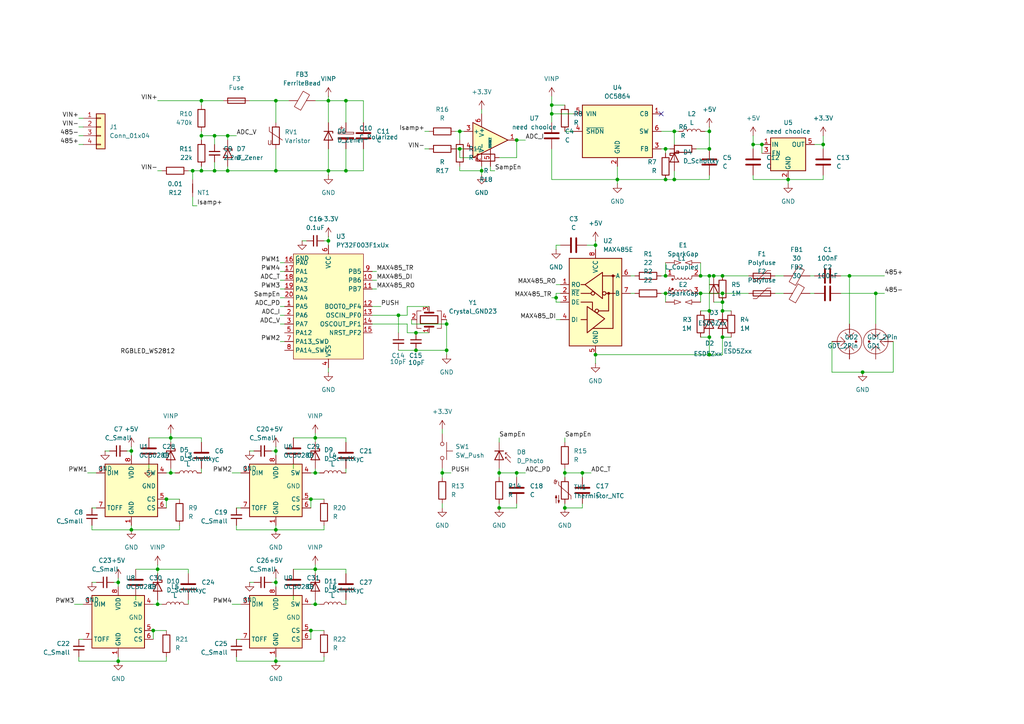
<source format=kicad_sch>
(kicad_sch (version 20231120) (generator "eeschema") (generator_version "8.0")
  (paper "A4")
  (junction (at 205.74 90.17))
  (junction (at 80.01 153.67))
  (junction (at 58.42 39.37))
  (junction (at 100.33 49.53))
  (junction (at 195.58 38.1))
  (junction (at 95.25 29.21))
  (junction (at 220.98 41.91))
  (junction (at 228.6 52.07))
  (junction (at 48.26 144.78))
  (junction (at 66.04 39.37))
  (junction (at 168.91 137.16))
  (junction (at 205.74 97.79))
  (junction (at 179.07 52.07))
  (junction (at 139.7 49.53))
  (junction (at 193.04 43.18))
  (junction (at 193.04 80.01))
  (junction (at 218.44 41.91))
  (junction (at 246.38 80.01))
  (junction (at 58.42 29.21))
  (junction (at 38.1 153.67))
  (junction (at 80.01 191.77))
  (junction (at 62.23 49.53))
  (junction (at 172.72 102.87))
  (junction (at 203.2 85.09))
  (junction (at 160.02 30.48))
  (junction (at 193.04 52.07))
  (junction (at 195.58 52.07))
  (junction (at 80.01 29.21))
  (junction (at 160.02 33.02))
  (junction (at 129.54 93.98))
  (junction (at 172.72 71.12))
  (junction (at 91.44 127))
  (junction (at 203.2 80.01))
  (junction (at 66.04 49.53))
  (junction (at 45.72 165.1))
  (junction (at 80.01 130.81))
  (junction (at 205.74 102.87))
  (junction (at 144.78 137.16))
  (junction (at 209.55 90.17))
  (junction (at 250.19 107.95))
  (junction (at 49.53 137.16))
  (junction (at 120.65 101.6))
  (junction (at 209.55 97.79))
  (junction (at 100.33 29.21))
  (junction (at 55.88 49.53))
  (junction (at 193.04 85.09))
  (junction (at 149.86 40.64))
  (junction (at 49.53 127))
  (junction (at 34.29 191.77))
  (junction (at 209.55 80.01))
  (junction (at 115.57 91.44))
  (junction (at 95.25 49.53))
  (junction (at 133.35 43.18))
  (junction (at 207.01 80.01))
  (junction (at 90.17 144.78))
  (junction (at 205.74 43.18))
  (junction (at 45.72 175.26))
  (junction (at 95.25 69.85))
  (junction (at 34.29 168.91))
  (junction (at 205.74 80.01))
  (junction (at 44.45 182.88))
  (junction (at 91.44 175.26))
  (junction (at 163.83 147.32))
  (junction (at 120.65 96.52))
  (junction (at 91.44 165.1))
  (junction (at 128.27 137.16))
  (junction (at 90.17 182.88))
  (junction (at 80.01 49.53))
  (junction (at 209.55 85.09))
  (junction (at 238.76 41.91))
  (junction (at 163.83 137.16))
  (junction (at 144.78 147.32))
  (junction (at 133.35 38.1))
  (junction (at 62.23 39.37))
  (junction (at 129.54 101.6))
  (junction (at 80.01 168.91))
  (junction (at 161.29 86.36))
  (junction (at 149.86 137.16))
  (junction (at 209.55 87.63))
  (junction (at 58.42 49.53))
  (junction (at 205.74 38.1))
  (junction (at 91.44 137.16))
  (junction (at 254 85.09))
  (junction (at 38.1 130.81))
  (no_connect (at 191.77 33.02))
  (wire (pts (xy 30.48 130.81) (xy 31.75 130.81)))
  (wire (pts (xy 80.01 43.18) (xy 80.01 49.53)))
  (wire (pts (xy 58.42 29.21) (xy 58.42 30.48)))
  (wire (pts (xy 193.04 85.09) (xy 191.77 85.09)))
  (wire (pts (xy 191.77 43.18) (xy 193.04 43.18)))
  (wire (pts (xy 143.51 49.53) (xy 142.24 49.53)))
  (wire (pts (xy 68.58 185.42) (xy 69.85 185.42)))
  (wire (pts (xy 160.02 30.48) (xy 163.83 30.48)))
  (wire (pts (xy 161.29 72.39) (xy 161.29 71.12)))
  (wire (pts (xy 48.26 137.16) (xy 49.53 137.16)))
  (wire (pts (xy 58.42 49.53) (xy 58.42 48.26)))
  (wire (pts (xy 228.6 52.07) (xy 228.6 53.34)))
  (wire (pts (xy 163.83 146.05) (xy 163.83 147.32)))
  (wire (pts (xy 238.76 41.91) (xy 236.22 41.91)))
  (wire (pts (xy 139.7 31.75) (xy 139.7 33.02)))
  (wire (pts (xy 81.28 78.74) (xy 82.55 78.74)))
  (wire (pts (xy 95.25 68.58) (xy 95.25 69.85)))
  (wire (pts (xy 123.19 38.1) (xy 124.46 38.1)))
  (wire (pts (xy 91.44 173.99) (xy 91.44 175.26)))
  (wire (pts (xy 133.35 43.18) (xy 134.62 43.18)))
  (wire (pts (xy 228.6 52.07) (xy 238.76 52.07)))
  (wire (pts (xy 67.31 175.26) (xy 69.85 175.26)))
  (wire (pts (xy 91.44 29.21) (xy 95.25 29.21)))
  (wire (pts (xy 43.18 134.62) (xy 43.18 135.89)))
  (wire (pts (xy 209.55 85.09) (xy 209.55 87.63)))
  (wire (pts (xy 66.04 39.37) (xy 66.04 40.64)))
  (wire (pts (xy 238.76 39.37) (xy 238.76 41.91)))
  (wire (pts (xy 45.72 166.37) (xy 45.72 165.1)))
  (wire (pts (xy 39.37 172.72) (xy 39.37 173.99)))
  (wire (pts (xy 55.88 59.69) (xy 57.15 59.69)))
  (wire (pts (xy 81.28 93.98) (xy 82.55 93.98)))
  (wire (pts (xy 133.35 38.1) (xy 132.08 38.1)))
  (wire (pts (xy 90.17 144.78) (xy 93.98 144.78)))
  (wire (pts (xy 22.86 191.77) (xy 34.29 191.77)))
  (wire (pts (xy 120.65 101.6) (xy 129.54 101.6)))
  (wire (pts (xy 193.04 52.07) (xy 179.07 52.07)))
  (wire (pts (xy 80.01 167.64) (xy 80.01 168.91)))
  (wire (pts (xy 133.35 49.53) (xy 139.7 49.53)))
  (wire (pts (xy 161.29 71.12) (xy 162.56 71.12)))
  (wire (pts (xy 54.61 165.1) (xy 54.61 166.37)))
  (wire (pts (xy 224.79 85.09) (xy 227.33 85.09)))
  (wire (pts (xy 100.33 127) (xy 100.33 128.27)))
  (wire (pts (xy 184.15 80.01) (xy 182.88 80.01)))
  (wire (pts (xy 49.53 135.89) (xy 49.53 137.16)))
  (wire (pts (xy 62.23 46.99) (xy 62.23 49.53)))
  (wire (pts (xy 34.29 168.91) (xy 34.29 170.18)))
  (wire (pts (xy 193.04 76.2) (xy 193.04 80.01)))
  (wire (pts (xy 254 85.09) (xy 256.54 85.09)))
  (wire (pts (xy 66.04 48.26) (xy 66.04 49.53)))
  (wire (pts (xy 107.95 78.74) (xy 109.22 78.74)))
  (wire (pts (xy 100.33 173.99) (xy 100.33 175.26)))
  (wire (pts (xy 234.95 80.01) (xy 236.22 80.01)))
  (wire (pts (xy 58.42 29.21) (xy 64.77 29.21)))
  (wire (pts (xy 149.86 40.64) (xy 152.4 40.64)))
  (wire (pts (xy 62.23 39.37) (xy 58.42 39.37)))
  (wire (pts (xy 193.04 43.18) (xy 194.31 43.18)))
  (wire (pts (xy 48.26 144.78) (xy 48.26 147.32)))
  (wire (pts (xy 128.27 124.46) (xy 128.27 125.73)))
  (wire (pts (xy 81.28 88.9) (xy 82.55 88.9)))
  (wire (pts (xy 193.04 85.09) (xy 193.04 87.63)))
  (wire (pts (xy 21.59 175.26) (xy 24.13 175.26)))
  (wire (pts (xy 100.33 43.18) (xy 100.33 49.53)))
  (wire (pts (xy 80.01 130.81) (xy 80.01 132.08)))
  (wire (pts (xy 246.38 80.01) (xy 246.38 93.98)))
  (wire (pts (xy 120.65 96.52) (xy 124.46 96.52)))
  (wire (pts (xy 172.72 71.12) (xy 172.72 72.39)))
  (wire (pts (xy 207.01 87.63) (xy 209.55 87.63)))
  (wire (pts (xy 38.1 153.67) (xy 52.07 153.67)))
  (wire (pts (xy 62.23 49.53) (xy 58.42 49.53)))
  (wire (pts (xy 105.41 29.21) (xy 100.33 29.21)))
  (wire (pts (xy 205.74 52.07) (xy 195.58 52.07)))
  (wire (pts (xy 133.35 40.64) (xy 133.35 38.1)))
  (wire (pts (xy 66.04 49.53) (xy 80.01 49.53)))
  (wire (pts (xy 203.2 76.2) (xy 203.2 80.01)))
  (wire (pts (xy 62.23 41.91) (xy 62.23 39.37)))
  (wire (pts (xy 133.35 45.72) (xy 133.35 43.18)))
  (wire (pts (xy 144.78 45.72) (xy 149.86 45.72)))
  (wire (pts (xy 144.78 146.05) (xy 144.78 147.32)))
  (wire (pts (xy 90.17 144.78) (xy 90.17 147.32)))
  (wire (pts (xy 139.7 49.53) (xy 139.7 50.8)))
  (wire (pts (xy 49.53 127) (xy 58.42 127)))
  (wire (pts (xy 259.08 99.06) (xy 259.08 107.95)))
  (wire (pts (xy 195.58 41.91) (xy 195.58 38.1)))
  (wire (pts (xy 55.88 49.53) (xy 55.88 52.07)))
  (wire (pts (xy 144.78 137.16) (xy 149.86 137.16)))
  (wire (pts (xy 205.74 50.8) (xy 205.74 52.07)))
  (wire (pts (xy 85.09 127) (xy 91.44 127)))
  (wire (pts (xy 49.53 137.16) (xy 50.8 137.16)))
  (wire (pts (xy 203.2 85.09) (xy 209.55 85.09)))
  (wire (pts (xy 95.25 69.85) (xy 95.25 71.12)))
  (wire (pts (xy 39.37 165.1) (xy 45.72 165.1)))
  (wire (pts (xy 218.44 41.91) (xy 220.98 41.91)))
  (wire (pts (xy 172.72 69.85) (xy 172.72 71.12)))
  (wire (pts (xy 124.46 88.9) (xy 118.11 88.9)))
  (wire (pts (xy 168.91 147.32) (xy 163.83 147.32)))
  (wire (pts (xy 238.76 43.18) (xy 238.76 41.91)))
  (wire (pts (xy 58.42 38.1) (xy 58.42 39.37)))
  (wire (pts (xy 80.01 153.67) (xy 80.01 152.4)))
  (wire (pts (xy 160.02 27.94) (xy 160.02 30.48)))
  (wire (pts (xy 68.58 191.77) (xy 80.01 191.77)))
  (wire (pts (xy 44.45 175.26) (xy 45.72 175.26)))
  (wire (pts (xy 115.57 91.44) (xy 118.11 91.44)))
  (wire (pts (xy 80.01 29.21) (xy 83.82 29.21)))
  (wire (pts (xy 26.67 153.67) (xy 38.1 153.67)))
  (wire (pts (xy 218.44 52.07) (xy 228.6 52.07)))
  (wire (pts (xy 93.98 69.85) (xy 95.25 69.85)))
  (wire (pts (xy 170.18 71.12) (xy 172.72 71.12)))
  (wire (pts (xy 95.25 49.53) (xy 95.25 50.8)))
  (wire (pts (xy 45.72 49.53) (xy 46.99 49.53)))
  (wire (pts (xy 129.54 93.98) (xy 129.54 92.71)))
  (wire (pts (xy 168.91 137.16) (xy 168.91 138.43)))
  (wire (pts (xy 91.44 163.83) (xy 91.44 165.1)))
  (wire (pts (xy 119.38 93.98) (xy 129.54 93.98)))
  (wire (pts (xy 128.27 146.05) (xy 128.27 147.32)))
  (wire (pts (xy 80.01 153.67) (xy 93.98 153.67)))
  (wire (pts (xy 184.15 85.09) (xy 182.88 85.09)))
  (wire (pts (xy 33.02 168.91) (xy 34.29 168.91)))
  (wire (pts (xy 118.11 96.52) (xy 120.65 96.52)))
  (wire (pts (xy 44.45 182.88) (xy 48.26 182.88)))
  (wire (pts (xy 172.72 102.87) (xy 205.74 102.87)))
  (wire (pts (xy 128.27 135.89) (xy 128.27 137.16)))
  (wire (pts (xy 203.2 90.17) (xy 205.74 90.17)))
  (wire (pts (xy 163.83 127) (xy 163.83 128.27)))
  (wire (pts (xy 172.72 102.87) (xy 172.72 105.41)))
  (wire (pts (xy 91.44 127) (xy 100.33 127)))
  (wire (pts (xy 45.72 175.26) (xy 46.99 175.26)))
  (wire (pts (xy 45.72 29.21) (xy 58.42 29.21)))
  (wire (pts (xy 241.3 107.95) (xy 250.19 107.95)))
  (wire (pts (xy 209.55 102.87) (xy 205.74 102.87)))
  (wire (pts (xy 26.67 147.32) (xy 27.94 147.32)))
  (wire (pts (xy 72.39 29.21) (xy 80.01 29.21)))
  (wire (pts (xy 58.42 135.89) (xy 58.42 137.16)))
  (wire (pts (xy 107.95 83.82) (xy 109.22 83.82)))
  (wire (pts (xy 241.3 99.06) (xy 241.3 107.95)))
  (wire (pts (xy 81.28 76.2) (xy 82.55 76.2)))
  (wire (pts (xy 209.55 90.17) (xy 212.09 90.17)))
  (wire (pts (xy 91.44 165.1) (xy 100.33 165.1)))
  (wire (pts (xy 205.74 97.79) (xy 205.74 102.87)))
  (wire (pts (xy 259.08 107.95) (xy 250.19 107.95)))
  (wire (pts (xy 217.17 85.09) (xy 209.55 85.09)))
  (wire (pts (xy 91.44 166.37) (xy 91.44 165.1)))
  (wire (pts (xy 107.95 88.9) (xy 110.49 88.9)))
  (wire (pts (xy 26.67 153.67) (xy 26.67 152.4)))
  (wire (pts (xy 22.86 191.77) (xy 22.86 190.5)))
  (wire (pts (xy 193.04 43.18) (xy 193.04 44.45)))
  (wire (pts (xy 100.33 29.21) (xy 100.33 35.56)))
  (wire (pts (xy 118.11 93.98) (xy 118.11 96.52)))
  (wire (pts (xy 68.58 39.37) (xy 66.04 39.37)))
  (wire (pts (xy 54.61 49.53) (xy 55.88 49.53)))
  (wire (pts (xy 203.2 97.79) (xy 205.74 97.79)))
  (wire (pts (xy 107.95 91.44) (xy 115.57 91.44)))
  (wire (pts (xy 163.83 138.43) (xy 163.83 137.16)))
  (wire (pts (xy 115.57 91.44) (xy 115.57 96.52)))
  (wire (pts (xy 161.29 82.55) (xy 162.56 82.55)))
  (wire (pts (xy 34.29 191.77) (xy 48.26 191.77)))
  (wire (pts (xy 22.86 185.42) (xy 24.13 185.42)))
  (wire (pts (xy 88.9 69.85) (xy 87.63 69.85)))
  (wire (pts (xy 72.39 168.91) (xy 73.66 168.91)))
  (wire (pts (xy 179.07 53.34) (xy 179.07 52.07)))
  (wire (pts (xy 224.79 80.01) (xy 227.33 80.01)))
  (wire (pts (xy 91.44 137.16) (xy 92.71 137.16)))
  (wire (pts (xy 81.28 86.36) (xy 82.55 86.36)))
  (wire (pts (xy 128.27 137.16) (xy 130.81 137.16)))
  (wire (pts (xy 144.78 135.89) (xy 144.78 137.16)))
  (wire (pts (xy 68.58 153.67) (xy 68.58 152.4)))
  (wire (pts (xy 80.01 191.77) (xy 93.98 191.77)))
  (wire (pts (xy 115.57 101.6) (xy 120.65 101.6)))
  (wire (pts (xy 22.86 36.83) (xy 24.13 36.83)))
  (wire (pts (xy 204.47 38.1) (xy 205.74 38.1)))
  (wire (pts (xy 207.01 80.01) (xy 209.55 80.01)))
  (wire (pts (xy 93.98 152.4) (xy 93.98 153.67)))
  (wire (pts (xy 168.91 137.16) (xy 171.45 137.16)))
  (wire (pts (xy 218.44 43.18) (xy 218.44 41.91)))
  (wire (pts (xy 238.76 52.07) (xy 238.76 50.8)))
  (wire (pts (xy 160.02 52.07) (xy 179.07 52.07)))
  (wire (pts (xy 22.86 39.37) (xy 24.13 39.37)))
  (wire (pts (xy 85.09 134.62) (xy 85.09 135.89)))
  (wire (pts (xy 149.86 137.16) (xy 149.86 138.43)))
  (wire (pts (xy 100.33 165.1) (xy 100.33 166.37)))
  (wire (pts (xy 95.25 49.53) (xy 100.33 49.53)))
  (wire (pts (xy 161.29 92.71) (xy 162.56 92.71)))
  (wire (pts (xy 81.28 83.82) (xy 82.55 83.82)))
  (wire (pts (xy 118.11 88.9) (xy 118.11 91.44)))
  (wire (pts (xy 81.28 99.06) (xy 82.55 99.06)))
  (wire (pts (xy 91.44 128.27) (xy 91.44 127)))
  (wire (pts (xy 203.2 80.01) (xy 205.74 80.01)))
  (wire (pts (xy 91.44 175.26) (xy 92.71 175.26)))
  (wire (pts (xy 163.83 135.89) (xy 163.83 137.16)))
  (wire (pts (xy 95.25 35.56) (xy 95.25 29.21)))
  (wire (pts (xy 44.45 182.88) (xy 44.45 185.42)))
  (wire (pts (xy 234.95 85.09) (xy 236.22 85.09)))
  (wire (pts (xy 93.98 190.5) (xy 93.98 191.77)))
  (wire (pts (xy 90.17 137.16) (xy 91.44 137.16)))
  (wire (pts (xy 254 85.09) (xy 254 93.98)))
  (wire (pts (xy 68.58 147.32) (xy 69.85 147.32)))
  (wire (pts (xy 161.29 87.63) (xy 162.56 87.63)))
  (wire (pts (xy 191.77 38.1) (xy 195.58 38.1)))
  (wire (pts (xy 38.1 153.67) (xy 38.1 152.4)))
  (wire (pts (xy 144.78 127) (xy 144.78 128.27)))
  (wire (pts (xy 68.58 191.77) (xy 68.58 190.5)))
  (wire (pts (xy 48.26 190.5) (xy 48.26 191.77)))
  (wire (pts (xy 128.27 137.16) (xy 128.27 138.43)))
  (wire (pts (xy 62.23 49.53) (xy 66.04 49.53)))
  (wire (pts (xy 160.02 33.02) (xy 160.02 35.56)))
  (wire (pts (xy 133.35 43.18) (xy 132.08 43.18)))
  (wire (pts (xy 95.25 27.94) (xy 95.25 29.21)))
  (wire (pts (xy 243.84 80.01) (xy 246.38 80.01)))
  (wire (pts (xy 195.58 38.1) (xy 196.85 38.1)))
  (wire (pts (xy 149.86 146.05) (xy 149.86 147.32)))
  (wire (pts (xy 205.74 80.01) (xy 205.74 90.17)))
  (wire (pts (xy 45.72 163.83) (xy 45.72 165.1)))
  (wire (pts (xy 45.72 173.99) (xy 45.72 175.26)))
  (wire (pts (xy 54.61 173.99) (xy 54.61 175.26)))
  (wire (pts (xy 218.44 41.91) (xy 218.44 39.37)))
  (wire (pts (xy 220.98 41.91) (xy 220.98 44.45)))
  (wire (pts (xy 209.55 87.63) (xy 209.55 90.17)))
  (wire (pts (xy 22.86 41.91) (xy 24.13 41.91)))
  (wire (pts (xy 149.86 45.72) (xy 149.86 40.64)))
  (wire (pts (xy 55.88 49.53) (xy 58.42 49.53)))
  (wire (pts (xy 162.56 85.09) (xy 161.29 85.09)))
  (wire (pts (xy 67.31 137.16) (xy 69.85 137.16)))
  (wire (pts (xy 68.58 153.67) (xy 80.01 153.67)))
  (wire (pts (xy 139.7 48.26) (xy 139.7 49.53)))
  (wire (pts (xy 149.86 137.16) (xy 152.4 137.16)))
  (wire (pts (xy 36.83 130.81) (xy 38.1 130.81)))
  (wire (pts (xy 25.4 137.16) (xy 27.94 137.16)))
  (wire (pts (xy 26.67 168.91) (xy 27.94 168.91)))
  (wire (pts (xy 90.17 175.26) (xy 91.44 175.26)))
  (wire (pts (xy 81.28 91.44) (xy 82.55 91.44)))
  (wire (pts (xy 22.86 34.29) (xy 24.13 34.29)))
  (wire (pts (xy 179.07 52.07) (xy 179.07 48.26)))
  (wire (pts (xy 105.41 35.56) (xy 105.41 29.21)))
  (wire (pts (xy 160.02 43.18) (xy 160.02 52.07)))
  (wire (pts (xy 80.01 49.53) (xy 95.25 49.53)))
  (wire (pts (xy 205.74 36.83) (xy 205.74 38.1)))
  (wire (pts (xy 205.74 80.01) (xy 207.01 80.01)))
  (wire (pts (xy 107.95 81.28) (xy 109.22 81.28)))
  (wire (pts (xy 129.54 93.98) (xy 129.54 101.6)))
  (wire (pts (xy 72.39 130.81) (xy 73.66 130.81)))
  (wire (pts (xy 161.29 85.09) (xy 161.29 86.36)))
  (wire (pts (xy 209.55 80.01) (xy 217.17 80.01)))
  (wire (pts (xy 246.38 80.01) (xy 256.54 80.01)))
  (wire (pts (xy 95.25 29.21) (xy 100.33 29.21)))
  (wire (pts (xy 107.95 93.98) (xy 118.11 93.98)))
  (wire (pts (xy 52.07 152.4) (xy 52.07 153.67)))
  (wire (pts (xy 100.33 49.53) (xy 105.41 49.53)))
  (wire (pts (xy 100.33 135.89) (xy 100.33 137.16)))
  (wire (pts (xy 80.01 129.54) (xy 80.01 130.81)))
  (wire (pts (xy 38.1 130.81) (xy 38.1 132.08)))
  (wire (pts (xy 90.17 182.88) (xy 90.17 185.42)))
  (wire (pts (xy 48.26 144.78) (xy 52.07 144.78)))
  (wire (pts (xy 144.78 137.16) (xy 144.78 138.43)))
  (wire (pts (xy 123.19 43.18) (xy 124.46 43.18)))
  (wire (pts (xy 168.91 146.05) (xy 168.91 147.32)))
  (wire (pts (xy 133.35 48.26) (xy 133.35 49.53)))
  (wire (pts (xy 119.38 92.71) (xy 119.38 93.98)))
  (wire (pts (xy 91.44 135.89) (xy 91.44 137.16)))
  (wire (pts (xy 105.41 43.18) (xy 105.41 49.53)))
  (wire (pts (xy 144.78 147.32) (xy 149.86 147.32)))
  (wire (pts (xy 193.04 80.01) (xy 191.77 80.01)))
  (wire (pts (xy 91.44 125.73) (xy 91.44 127)))
  (wire (pts (xy 160.02 33.02) (xy 166.37 33.02)))
  (wire (pts (xy 160.02 30.48) (xy 160.02 33.02)))
  (wire (pts (xy 203.2 85.09) (xy 203.2 87.63)))
  (wire (pts (xy 90.17 182.88) (xy 93.98 182.88)))
  (wire (pts (xy 160.02 86.36) (xy 161.29 86.36)))
  (wire (pts (xy 209.55 97.79) (xy 212.09 97.79)))
  (wire (pts (xy 95.25 43.18) (xy 95.25 49.53)))
  (wire (pts (xy 142.24 49.53) (xy 142.24 48.26)))
  (wire (pts (xy 55.88 59.69) (xy 55.88 57.15)))
  (wire (pts (xy 58.42 39.37) (xy 58.42 40.64)))
  (wire (pts (xy 34.29 191.77) (xy 34.29 190.5)))
  (wire (pts (xy 195.58 52.07) (xy 193.04 52.07)))
  (wire (pts (xy 80.01 168.91) (xy 80.01 170.18)))
  (wire (pts (xy 34.29 167.64) (xy 34.29 168.91)))
  (wire (pts (xy 218.44 50.8) (xy 218.44 52.07)))
  (wire (pts (xy 45.72 165.1) (xy 54.61 165.1)))
  (wire (pts (xy 58.42 127) (xy 58.42 128.27)))
  (wire (pts (xy 163.83 38.1) (xy 166.37 38.1)))
  (wire (pts (xy 81.28 81.28) (xy 82.55 81.28)))
  (wire (pts (xy 80.01 29.21) (xy 80.01 35.56)))
  (wire (pts (xy 62.23 39.37) (xy 66.04 39.37)))
  (wire (pts (xy 85.09 172.72) (xy 85.09 173.99)))
  (wire (pts (xy 95.25 106.68) (xy 95.25 107.95)))
  (wire (pts (xy 43.18 127) (xy 49.53 127)))
  (wire (pts (xy 137.16 45.72) (xy 133.35 45.72)))
  (wire (pts (xy 38.1 129.54) (xy 38.1 130.81)))
  (wire (pts (xy 161.29 86.36) (xy 161.29 87.63)))
  (wire (pts (xy 78.74 168.91) (xy 80.01 168.91)))
  (wire (pts (xy 163.83 137.16) (xy 168.91 137.16)))
  (wire (pts (xy 78.74 130.81) (xy 80.01 130.81)))
  (wire (pts (xy 133.35 38.1) (xy 134.62 38.1)))
  (wire (pts (xy 129.54 101.6) (xy 129.54 102.87)))
  (wire (pts (xy 205.74 38.1) (xy 205.74 43.18)))
  (wire (pts (xy 85.09 165.1) (xy 91.44 165.1)))
  (wire (pts (xy 49.53 128.27) (xy 49.53 127)))
  (wire (pts (xy 195.58 49.53) (xy 195.58 52.07)))
  (wire (pts (xy 49.53 125.73) (xy 49.53 127)))
  (wire (pts (xy 243.84 85.09) (xy 254 85.09)))
  (wire (pts (xy 209.55 97.79) (xy 209.55 102.87)))
  (wire (pts (xy 80.01 191.77) (xy 80.01 190.5)))
  (wire (pts (xy 201.93 43.18) (xy 205.74 43.18)))
  (label "MAX485_TR" (at 109.22 78.74 0))
  (label "PWM3" (at 21.59 175.26 180))
  (label "485-" (at 256.54 85.09 0))
  (label "MAX485_RO" (at 161.29 82.55 180))
  (label "485-" (at 22.86 39.37 180))
  (label "485+" (at 22.86 41.91 180))
  (label "VIN+" (at 45.72 29.21 180))
  (label "VIN-" (at 45.72 49.53 180))
  (label "PWM4" (at 67.31 175.26 180))
  (label "ADC_PD" (at 152.4 137.16 0))
  (label "PWM2" (at 81.28 99.06 180))
  (label "Isamp+" (at 57.15 59.69 0))
  (label "ADC_V" (at 81.28 93.98 180))
  (label "Isamp+" (at 123.19 38.1 180))
  (label "SampEn" (at 163.83 127 0))
  (label "VIN-" (at 22.86 36.83 180))
  (label "ADC_I" (at 152.4 40.64 0))
  (label "SampEn" (at 143.51 49.53 0))
  (label "MAX485_DI" (at 109.22 81.28 0))
  (label "VIN+" (at 22.86 34.29 180))
  (label "485+" (at 256.54 80.01 0))
  (label "PUSH" (at 130.81 137.16 0))
  (label "VIN-" (at 123.19 43.18 180))
  (label "ADC_PD" (at 81.28 88.9 180))
  (label "ADC_T" (at 81.28 81.28 180))
  (label "MAX485_DI" (at 161.29 92.71 180))
  (label "MAX485_RO" (at 109.22 83.82 0))
  (label "RGBLED_WS2812" (at 50.8 102.87 180))
  (label "ADC_V" (at 68.58 39.37 0))
  (label "PWM1" (at 81.28 76.2 180))
  (label "SampEn" (at 81.28 86.36 180))
  (label "ADC_T" (at 171.45 137.16 0))
  (label "PWM4" (at 81.28 78.74 180))
  (label "MAX485_TR" (at 160.02 86.36 180))
  (label "PUSH" (at 110.49 88.9 0))
  (label "PWM1" (at 25.4 137.16 180))
  (label "PWM2" (at 67.31 137.16 180))
  (label "SampEn" (at 144.78 127 0))
  (label "PWM3" (at 81.28 83.82 180))
  (label "ADC_I" (at 81.28 91.44 180))
  (symbol (lib_id "power:+5V") (at 218.44 39.37 0) (unit 1)
    (property "Reference" "#PWR16" (effects (hide yes)))
    (property "Value" "+5V" (at 218.44 34.29 0))
    (property "Description" "Power symbol creates a global label with name \"+5V\"" (effects (hide yes)))
  )
  (symbol (lib_id "Device:C_Small") (at 30.48 168.91 90) (unit 1)
    (property "Reference" "C23" (at 30.4863 162.56 90))
    (property "Value" "C_Small" (at 30.4863 165.1 90))
    (property "Footprint" "Capacitor_SMD:C_0402_1005Metric" (effects (hide yes)))
    (property "Description" "Unpolarized capacitor, small symbol" (effects (hide yes)))
  )
  (symbol (lib_id "Device:C") (at 168.91 142.24 0) (unit 1)
    (property "Reference" "C17" (at 172.72 140.9699 0) (effects (justify left)))
    (property "Value" "C" (at 172.72 143.5099 0) (effects (justify left)))
    (property "Footprint" "Capacitor_SMD:C_0402_1005Metric" (effects (hide yes)))
    (property "Description" "Unpolarized capacitor" (effects (hide yes)))
  )
  (symbol (lib_id "Device:C") (at 58.42 132.08 0) (unit 1)
    (property "Reference" "C6" (at 62.23 130.8099 0) (effects (justify left)))
    (property "Value" "C" (at 62.23 133.3499 0) (effects (justify left)))
    (property "Footprint" "Capacitor_SMD:C_1210_3225Metric" (effects (hide yes)))
    (property "Description" "Unpolarized capacitor" (effects (hide yes)))
  )
  (symbol (lib_id "Device:D_Schottky") (at 91.44 132.08 270) (unit 1)
    (property "Reference" "D9" (at 93.98 130.4924 90) (effects (justify left)))
    (property "Value" "D_Schottky" (at 93.98 133.0324 90) (effects (justify left)))
    (property "Footprint" "Diode_SMD:D_SMA" (effects (hide yes)))
    (property "Description" "Schottky diode" (effects (hide yes)))
  )
  (symbol (lib_id "Device:R") (at 58.42 44.45 0) (mirror y) (unit 1)
    (property "Reference" "R11" (at 55.88 43.1799 0) (effects (justify left)))
    (property "Value" "22k" (at 55.88 45.7199 0) (effects (justify left)))
    (property "Footprint" "Resistor_SMD:R_0603_1608Metric" (effects (hide yes)))
    (property "Description" "Resistor" (effects (hide yes)))
  )
  (symbol (lib_id "Device:D_Photo") (at 144.78 133.35 270) (unit 1)
    (property "Reference" "D8" (at 149.86 131.1274 90) (effects (justify left)))
    (property "Value" "D_Photo" (at 149.86 133.6674 90) (effects (justify left)))
    (property "Footprint" "Diode_SMD:D_0805_2012Metric" (effects (hide yes)))
    (property "Description" "Photodiode" (effects (hide yes)))
  )
  (symbol (lib_id "power:GND") (at 128.27 147.32 0) (unit 1)
    (property "Reference" "#PWR21" (effects (hide yes)))
    (property "Value" "GND" (at 128.27 152.4 0))
    (property "Description" "Power symbol creates a global label with name \"GND\" , ground" (effects (hide yes)))
  )
  (symbol (lib_id "power:GND") (at 38.1 153.67 0) (unit 1)
    (property "Reference" "#PWR08" (effects (hide yes)))
    (property "Value" "GND" (at 38.1 158.75 0))
    (property "Description" "Power symbol creates a global label with name \"GND\" , ground" (effects (hide yes)))
  )
  (symbol (lib_id "power:GND") (at 163.83 147.32 0) (unit 1)
    (property "Reference" "#PWR25" (effects (hide yes)))
    (property "Value" "GND" (at 163.83 152.4 0))
    (property "Description" "Power symbol creates a global label with name \"GND\" , ground" (effects (hide yes)))
  )
  (symbol (lib_id "Device:C") (at 218.44 46.99 0) (unit 1)
    (property "Reference" "C12" (at 222.25 45.7199 0) (effects (justify left)))
    (property "Value" "C" (at 222.25 48.2599 0) (effects (justify left)))
    (property "Footprint" "Capacitor_SMD:C_0805_2012Metric" (effects (hide yes)))
    (property "Description" "Unpolarized capacitor" (effects (hide yes)))
  )
  (symbol (lib_id "Device:C") (at 100.33 170.18 0) (unit 1)
    (property "Reference" "C27" (at 104.14 168.9099 0) (effects (justify left)))
    (property "Value" "C" (at 104.14 171.4499 0) (effects (justify left)))
    (property "Footprint" "Capacitor_SMD:C_1210_3225Metric" (effects (hide yes)))
    (property "Description" "Unpolarized capacitor" (effects (hide yes)))
  )
  (symbol (lib_id "power:+3.3V") (at 128.27 124.46 0) (unit 1)
    (property "Reference" "#PWR22" (effects (hide yes)))
    (property "Value" "+3.3V" (at 128.27 119.38 0))
    (property "Description" "Power symbol creates a global label with name \"+3.3V\"" (effects (hide yes)))
  )
  (symbol (lib_id "Device:L") (at 50.8 175.26 90) (unit 1)
    (property "Reference" "L5" (at 50.8 170.18 90))
    (property "Value" "L" (at 50.8 172.72 90))
    (property "Footprint" "Inductor_SMD:L_APV_APH0630" (effects (hide yes)))
    (property "Description" "Inductor" (effects (hide yes)))
  )
  (symbol (lib_id "Device:FerriteBead") (at 87.63 29.21 90) (unit 1)
    (property "Reference" "FB3" (at 87.5792 21.59 90))
    (property "Value" "FerriteBead" (at 87.5792 24.13 90))
    (property "Footprint" "Inductor_SMD:L_1210_3225Metric" (effects (hide yes)))
    (property "Description" "Ferrite bead" (effects (hide yes)))
  )
  (symbol (lib_id "Device:D_Schottky") (at 195.58 45.72 270) (unit 1)
    (property "Reference" "D4" (at 198.12 44.1324 90) (effects (justify left)))
    (property "Value" "D_Schottky" (at 198.12 46.6724 90) (effects (justify left)))
    (property "Footprint" "Diode_SMD:D_SOD-123F" (effects (hide yes)))
    (property "Description" "Schottky diode" (effects (hide yes)))
  )
  (symbol (lib_id "power:GND") (at 161.29 72.39 0) (unit 1)
    (property "Reference" "#PWR03" (effects (hide yes)))
    (property "Value" "GND" (at 161.29 77.47 0))
    (property "Description" "Power symbol creates a global label with name \"GND\" , ground" (effects (hide yes)))
  )
  (symbol (lib_id "Device:C_Small") (at 91.44 69.85 90) (unit 1)
    (property "Reference" "C16" (at 91.4463 63.5 90))
    (property "Value" "0.1uF" (at 91.4463 66.04 90))
    (property "Footprint" "Capacitor_SMD:C_0402_1005Metric" (effects (hide yes)))
    (property "Description" "Unpolarized capacitor, small symbol" (effects (hide yes)))
  )
  (symbol (lib_id "power:GND") (at 172.72 105.41 0) (unit 1)
    (property "Reference" "#PWR01" (effects (hide yes)))
    (property "Value" "GND" (at 172.72 110.49 0))
    (property "Description" "Power symbol creates a global label with name \"GND\" , ground" (effects (hide yes)))
  )
  (symbol (lib_id "power:GND") (at 34.29 191.77 0) (unit 1)
    (property "Reference" "#PWR33" (effects (hide yes)))
    (property "Value" "GND" (at 34.29 196.85 0))
    (property "Description" "Power symbol creates a global label with name \"GND\" , ground" (effects (hide yes)))
  )
  (symbol (lib_id "Device:Thermistor_NTC") (at 163.83 142.24 0) (unit 1)
    (property "Reference" "TH1" (at 166.37 141.2874 0) (effects (justify left)))
    (property "Value" "Thermistor_NTC" (at 166.37 143.8274 0) (effects (justify left)))
    (property "Footprint" "Resistor_SMD:R_0805_2012Metric" (effects (hide yes)))
    (property "Description" "Temperature dependent resistor, negative temperature coefficient" (effects (hide yes)))
  )
  (symbol (lib_id "Device:R") (at 58.42 34.29 0) (mirror y) (unit 1)
    (property "Reference" "R10" (at 55.88 33.0199 0) (effects (justify left)))
    (property "Value" "470k" (at 55.88 35.5599 0) (effects (justify left)))
    (property "Footprint" "Resistor_SMD:R_0603_1608Metric" (effects (hide yes)))
    (property "Description" "Resistor" (effects (hide yes)))
  )
  (symbol (lib_id "power:GND") (at 179.07 53.34 0) (unit 1)
    (property "Reference" "#PWR05" (effects (hide yes)))
    (property "Value" "GND" (at 179.07 58.42 0))
    (property "Description" "Power symbol creates a global label with name \"GND\" , ground" (effects (hide yes)))
  )
  (symbol (lib_id "Device:SparkGap") (at 198.12 76.2 0) (unit 1)
    (property "Reference" "E1" (at 198.12 71.12 0))
    (property "Value" "SparkGap" (at 198.12 73.66 0))
    (property "Description" "Spark gap" (effects (hide yes)))
  )
  (symbol (lib_id "power:+3.3V") (at 95.25 68.58 0) (unit 1)
    (property "Reference" "#PWR18" (effects (hide yes)))
    (property "Value" "+3.3V" (at 95.25 63.5 0))
    (property "Description" "Power symbol creates a global label with name \"+3.3V\"" (effects (hide yes)))
  )
  (symbol (lib_id "Device:Fuse") (at 68.58 29.21 90) (unit 1)
    (property "Reference" "F3" (at 68.58 22.86 90))
    (property "Value" "Fuse" (at 68.58 25.4 90))
    (property "Footprint" "Fuse:Fuse_1206_3216Metric" (effects (hide yes)))
    (property "Description" "Fuse" (effects (hide yes)))
  )
  (symbol (lib_id "power:GND") (at 30.48 130.81 0) (unit 1)
    (property "Reference" "#PWR010" (effects (hide yes)))
    (property "Value" "GND" (at 30.48 135.89 0))
    (property "Description" "Power symbol creates a global label with name \"GND\" , ground" (effects (hide yes)))
  )
  (symbol (lib_id "power:GND") (at 85.09 135.89 0) (unit 1)
    (property "Reference" "#PWR40" (effects (hide yes)))
    (property "Value" "GND" (at 85.09 140.97 0))
    (property "Description" "Power symbol creates a global label with name \"GND\" , ground" (effects (hide yes)))
  )
  (symbol (lib_id "Device:D_Schottky") (at 49.53 132.08 270) (unit 1)
    (property "Reference" "D5" (at 52.07 130.4924 90) (effects (justify left)))
    (property "Value" "D_Schottky" (at 52.07 133.0324 90) (effects (justify left)))
    (property "Footprint" "Diode_SMD:D_SMA" (effects (hide yes)))
    (property "Description" "Schottky diode" (effects (hide yes)))
  )
  (symbol (lib_id "Device:FerriteBead") (at 231.14 85.09 90) (unit 1)
    (property "Reference" "FB2" (at 231.0892 77.47 90))
    (property "Value" "30" (at 231.0892 80.01 90))
    (property "Footprint" "Inductor_SMD:L_0603_1608Metric" (effects (hide yes)))
    (property "Description" "Ferrite bead" (effects (hide yes)))
  )
  (symbol (lib_id "Device:R") (at 128.27 43.18 90) (mirror x) (unit 1)
    (property "Reference" "R17" (at 128.27 49.53 90))
    (property "Value" "R" (at 128.27 46.99 90))
    (property "Footprint" "Resistor_SMD:R_0402_1005Metric" (effects (hide yes)))
    (property "Description" "Resistor" (effects (hide yes)))
  )
  (symbol (lib_id "power:GND") (at 129.54 102.87 0) (unit 1)
    (property "Reference" "#PWR19" (effects (hide yes)))
    (property "Value" "GND" (at 129.54 107.95 0))
    (property "Description" "Power symbol creates a global label with name \"GND\" , ground" (effects (hide yes)))
  )
  (symbol (lib_id "power:GND") (at 80.01 191.77 0) (unit 1)
    (property "Reference" "#PWR37" (effects (hide yes)))
    (property "Value" "GND" (at 80.01 196.85 0))
    (property "Description" "Power symbol creates a global label with name \"GND\" , ground" (effects (hide yes)))
  )
  (symbol (lib_id "Device:C") (at 240.03 80.01 90) (unit 1)
    (property "Reference" "C1" (at 240.03 72.39 90))
    (property "Value" "100nF" (at 240.03 74.93 90))
    (property "Footprint" "Capacitor_SMD:C_0603_1608Metric" (effects (hide yes)))
    (property "Description" "Unpolarized capacitor" (effects (hide yes)))
  )
  (symbol (lib_id "Device:R") (at 140.97 45.72 270) (mirror x) (unit 1)
    (property "Reference" "R18" (at 140.97 52.07 90))
    (property "Value" "R" (at 140.97 49.53 90))
    (property "Footprint" "Resistor_SMD:R_0402_1005Metric" (effects (hide yes)))
    (property "Description" "Resistor" (effects (hide yes)))
  )
  (symbol (lib_id "Device:D_Zener") (at 66.04 44.45 270) (unit 1)
    (property "Reference" "D7" (at 68.58 43.1799 90) (effects (justify left)))
    (property "Value" "D_Zener" (at 68.58 45.7199 90) (effects (justify left)))
    (property "Footprint" "Diode_SMD:D_SOD-123F" (effects (hide yes)))
    (property "Description" "Zener diode" (effects (hide yes)))
  )
  (symbol (lib_id "power:GND") (at 228.6 53.34 0) (unit 1)
    (property "Reference" "#PWR15" (effects (hide yes)))
    (property "Value" "GND" (at 228.6 58.42 0))
    (property "Description" "Power symbol creates a global label with name \"GND\" , ground" (effects (hide yes)))
  )
  (symbol (lib_id "Device:C_Small") (at 68.58 149.86 0) (mirror x) (unit 1)
    (property "Reference" "C19" (at 66.04 148.5835 0) (effects (justify right)))
    (property "Value" "C_Small" (at 66.04 151.1235 0) (effects (justify right)))
    (property "Footprint" "Capacitor_SMD:C_0402_1005Metric" (effects (hide yes)))
    (property "Description" "Unpolarized capacitor, small symbol" (effects (hide yes)))
  )
  (symbol (lib_id "Regulator_Switching:LV2862XDDC") (at 179.07 38.1 0) (unit 1)
    (property "Reference" "U4" (at 179.07 25.4 0))
    (property "Value" "OC5864" (at 179.07 27.94 0))
    (property "Footprint" "Package_TO_SOT_SMD:SOT-23-6" (effects (hide yes)))
    (property "Datasheet" "https://www.ti.com/lit/ds/symlink/lv2862.pdf" (effects (hide yes)))
    (property "Description" "60V, 0.6A, stepdown, DC/DC converter, 770kHz" (effects (hide yes)))
  )
  (symbol (lib_id "Device:R") (at 187.96 85.09 90) (unit 1)
    (property "Reference" "R2" (at 187.96 78.74 90))
    (property "Value" "22" (at 187.96 81.28 90))
    (property "Footprint" "Resistor_SMD:R_0603_1608Metric" (effects (hide yes)))
    (property "Description" "Resistor" (effects (hide yes)))
  )
  (symbol (lib_id "power:VCC") (at 45.72 163.83 0) (unit 1)
    (property "Reference" "#PWR34" (effects (hide yes)))
    (property "Value" "VINP" (at 45.72 158.75 0))
    (property "Description" "Power symbol creates a global label with name \"VINP\"" (effects (hide yes)))
  )
  (symbol (lib_id "Device:R") (at 133.35 44.45 0) (unit 1)
    (property "Reference" "R19" (at 135.89 43.1799 0) (effects (justify left)))
    (property "Value" "R" (at 135.89 45.7199 0) (effects (justify left)))
    (property "Footprint" "Resistor_SMD:R_0402_1005Metric" (effects (hide yes)))
    (property "Description" "Resistor" (effects (hide yes)))
  )
  (symbol (lib_id "power:+3.3V") (at 238.76 39.37 0) (unit 1)
    (property "Reference" "#PWR14" (effects (hide yes)))
    (property "Value" "+3.3V" (at 238.76 34.29 0))
    (property "Description" "Power symbol creates a global label with name \"+3.3V\"" (effects (hide yes)))
  )
  (symbol (lib_id "power:+5V") (at 205.74 36.83 0) (unit 1)
    (property "Reference" "#PWR06" (effects (hide yes)))
    (property "Value" "+5V" (at 205.74 31.75 0))
    (property "Description" "Power symbol creates a global label with name \"+5V\"" (effects (hide yes)))
  )
  (symbol (lib_id "Device:C_Small") (at 34.29 130.81 90) (unit 1)
    (property "Reference" "C7" (at 34.2963 124.46 90))
    (property "Value" "C_Small" (at 34.2963 127 90))
    (property "Footprint" "Capacitor_SMD:C_0402_1005Metric" (effects (hide yes)))
    (property "Description" "Unpolarized capacitor, small symbol" (effects (hide yes)))
  )
  (symbol (lib_id "Diode:ESD5Zxx") (at 205.74 93.98 270) (unit 1)
    (property "Reference" "D2" (at 204.47 99.568 90) (effects (justify left)))
    (property "Value" "ESD5Zxx" (at 201.168 102.616 90) (effects (justify left)))
    (property "Footprint" "Diode_SMD:D_SOD-523" (effects (hide yes)))
    (property "Datasheet" "https://www.onsemi.com/pdf/datasheet/esd5z2.5t1-d.pdf" (effects (hide yes)))
    (property "Description" "ESD Protection Diode, SOD-523" (effects (hide yes)))
  )
  (symbol (lib_id "power:GND") (at 85.09 173.99 0) (unit 1)
    (property "Reference" "#PWR42" (effects (hide yes)))
    (property "Value" "GND" (at 85.09 179.07 0))
    (property "Description" "Power symbol creates a global label with name \"GND\" , ground" (effects (hide yes)))
  )
  (symbol (lib_id "Device:R") (at 50.8 49.53 90) (mirror x) (unit 1)
    (property "Reference" "R12" (at 50.8 55.88 90))
    (property "Value" "0.01" (at 50.8 53.34 90))
    (property "Footprint" "Resistor_SMD:R_1206_3216Metric" (effects (hide yes)))
    (property "Description" "Resistor" (effects (hide yes)))
  )
  (symbol (lib_id "Device:Crystal_GND24") (at 124.46 92.71 90) (unit 1)
    (property "Reference" "Y1" (at 137.16 87.7568 90))
    (property "Value" "Crystal_GND23" (at 137.16 90.2968 90))
    (property "Footprint" "Crystal:Crystal_SMD_2016-4Pin_2.0x1.6mm" (effects (hide yes)))
    (property "Description" "Four pin crystal, GND on pins 2 and 4" (effects (hide yes)))
  )
  (symbol (lib_id "Device:FerriteBead") (at 231.14 80.01 90) (unit 1)
    (property "Reference" "FB1" (at 231.0892 72.39 90))
    (property "Value" "30" (at 231.0892 74.93 90))
    (property "Footprint" "Inductor_SMD:L_0603_1608Metric" (effects (hide yes)))
    (property "Description" "Ferrite bead" (effects (hide yes)))
  )
  (symbol (lib_id "Device:D_Zener") (at 95.25 39.37 270) (unit 1)
    (property "Reference" "D6" (at 97.79 38.0999 90) (effects (justify left)))
    (property "Value" "D_Zener" (at 97.79 40.6399 90) (effects (justify left)))
    (property "Footprint" "Diode_SMD:D_SMA" (effects (hide yes)))
    (property "Description" "Zener diode" (effects (hide yes)))
  )
  (symbol (lib_id "Switch:SW_Push") (at 128.27 130.81 270) (unit 1)
    (property "Reference" "SW1" (at 132.08 129.5399 90) (effects (justify left)))
    (property "Value" "SW_Push" (at 132.08 132.0799 90) (effects (justify left)))
    (property "Footprint" "Button_Switch_SMD:SW_Push_SPST_NO_Alps_SKRK" (effects (hide yes)))
    (property "Description" "Push button switch, generic, two pins" (effects (hide yes)))
  )
  (symbol (lib_id "power:+5V") (at 34.29 167.64 0) (unit 1)
    (property "Reference" "#PWR32" (effects (hide yes)))
    (property "Value" "+5V" (at 34.29 162.56 0))
    (property "Description" "Power symbol creates a global label with name \"+5V\"" (effects (hide yes)))
  )
  (symbol (lib_id "power:VCC") (at 49.53 125.73 0) (unit 1)
    (property "Reference" "#PWR04" (effects (hide yes)))
    (property "Value" "VINP" (at 49.53 120.65 0))
    (property "Description" "Power symbol creates a global label with name \"VINP\"" (effects (hide yes)))
  )
  (symbol (lib_id "Device:R") (at 187.96 80.01 90) (unit 1)
    (property "Reference" "R1" (at 187.96 73.66 90))
    (property "Value" "22" (at 187.96 76.2 90))
    (property "Footprint" "Resistor_SMD:R_0603_1608Metric" (effects (hide yes)))
    (property "Description" "Resistor" (effects (hide yes)))
  )
  (symbol (lib_id "Device:C") (at 43.18 130.81 180) (unit 1)
    (property "Reference" "C28" (at 46.99 129.5399 0) (effects (justify right)))
    (property "Value" "C" (at 46.99 132.0799 0) (effects (justify right)))
    (property "Footprint" "Capacitor_SMD:C_1210_3225Metric" (effects (hide yes)))
    (property "Description" "Unpolarized capacitor" (effects (hide yes)))
  )
  (symbol (lib_id "Device:R") (at 144.78 142.24 0) (unit 1)
    (property "Reference" "R14" (at 147.32 140.9699 0) (effects (justify left)))
    (property "Value" "R" (at 147.32 143.5099 0) (effects (justify left)))
    (property "Footprint" "Resistor_SMD:R_0402_1005Metric" (effects (hide yes)))
    (property "Description" "Resistor" (effects (hide yes)))
  )
  (symbol (lib_id "power:GND") (at 95.25 107.95 0) (unit 1)
    (property "Reference" "#PWR17" (effects (hide yes)))
    (property "Value" "GND" (at 95.25 113.03 0))
    (property "Description" "Power symbol creates a global label with name \"GND\" , ground" (effects (hide yes)))
  )
  (symbol (lib_id "Device:L") (at 96.52 137.16 90) (unit 1)
    (property "Reference" "L4" (at 96.52 132.08 90))
    (property "Value" "L" (at 96.52 134.62 90))
    (property "Footprint" "Inductor_SMD:L_APV_APH0630" (effects (hide yes)))
    (property "Description" "Inductor" (effects (hide yes)))
  )
  (symbol (lib_id "Device:C") (at 149.86 142.24 0) (unit 1)
    (property "Reference" "C18" (at 153.67 140.9699 0) (effects (justify left)))
    (property "Value" "C" (at 153.67 143.5099 0) (effects (justify left)))
    (property "Footprint" "Capacitor_SMD:C_0402_1005Metric" (effects (hide yes)))
    (property "Description" "Unpolarized capacitor" (effects (hide yes)))
  )
  (symbol (lib_id "Device:C") (at 54.61 170.18 0) (unit 1)
    (property "Reference" "C24" (at 58.42 168.9099 0) (effects (justify left)))
    (property "Value" "C" (at 58.42 171.4499 0) (effects (justify left)))
    (property "Footprint" "Capacitor_SMD:C_1210_3225Metric" (effects (hide yes)))
    (property "Description" "Unpolarized capacitor" (effects (hide yes)))
  )
  (symbol (lib_id "Device:NetTie_2") (at 55.88 54.61 90) (mirror x) (unit 1) (in_bom no)
    (property "Reference" "NT1" (at 57.15 55.8801 90) (effects (justify right)))
    (property "Value" "NetTie_2" (effects (hide yes)))
    (property "Footprint" "NetTie:NetTie-2_SMD_Pad0.5mm" (effects (hide yes)))
    (property "Description" "Net tie, 2 pins" (effects (hide yes)))
  )
  (symbol (lib_id "project_syms:OC5028B") (at 80.01 180.34 0) (unit 1)
    (property "Reference" "U9" (at 82.2041 167.64 0) (effects (justify left)))
    (property "Value" "OC5028B" (at 82.2041 170.18 0) (effects (justify left)))
    (property "Footprint" "Package_SO:HSOP-8-1EP_3.9x4.9mm_P1.27mm_EP2.41x3.1mm_ThermalVias" (effects (hide yes)))
    (property "Datasheet" "http://www.ocxsemi.com/uploads/soft/20200929/1601343970.pdf" (effects (hide yes)))
    (property "Description" "100V Buck LED Lamp Driver, SO8" (effects (hide yes)))
  )
  (symbol (lib_id "power:GND") (at 250.19 107.95 0) (unit 1)
    (property "Reference" "#PWR09" (effects (hide yes)))
    (property "Value" "GND" (at 250.19 113.03 0))
    (property "Description" "Power symbol creates a global label with name \"GND\" , ground" (effects (hide yes)))
  )
  (symbol (lib_id "Device:C_Small") (at 76.2 130.81 90) (unit 1)
    (property "Reference" "C20" (at 76.2063 124.46 90))
    (property "Value" "C_Small" (at 76.2063 127 90))
    (property "Footprint" "Capacitor_SMD:C_0402_1005Metric" (effects (hide yes)))
    (property "Description" "Unpolarized capacitor, small symbol" (effects (hide yes)))
  )
  (symbol (lib_id "Device:R") (at 198.12 43.18 90) (unit 1)
    (property "Reference" "R6" (at 198.12 36.83 90))
    (property "Value" "R" (at 198.12 39.37 90))
    (property "Footprint" "Resistor_SMD:R_0402_1005Metric" (effects (hide yes)))
    (property "Description" "Resistor" (effects (hide yes)))
  )
  (symbol (lib_id "power:VCC") (at 91.44 163.83 0) (unit 1)
    (property "Reference" "#PWR38" (effects (hide yes)))
    (property "Value" "VINP" (at 91.44 158.75 0))
    (property "Description" "Power symbol creates a global label with name \"VINP\"" (effects (hide yes)))
  )
  (symbol (lib_id "power:VCC") (at 95.25 27.94 0) (unit 1)
    (property "Reference" "#PWR012" (effects (hide yes)))
    (property "Value" "VINP" (at 95.25 22.86 0))
    (property "Description" "Power symbol creates a global label with name \"VINP\"" (effects (hide yes)))
  )
  (symbol (lib_id "Device:D_Schottky") (at 45.72 170.18 270) (unit 1)
    (property "Reference" "D10" (at 48.26 168.5924 90) (effects (justify left)))
    (property "Value" "D_Schottky" (at 48.26 171.1324 90) (effects (justify left)))
    (property "Footprint" "Diode_SMD:D_SMA" (effects (hide yes)))
    (property "Description" "Schottky diode" (effects (hide yes)))
  )
  (symbol (lib_id "project_syms:OC5028B") (at 80.01 142.24 0) (unit 1)
    (property "Reference" "U6" (at 82.2041 129.54 0) (effects (justify left)))
    (property "Value" "OC5028B" (at 82.2041 132.08 0) (effects (justify left)))
    (property "Footprint" "Package_SO:HSOP-8-1EP_3.9x4.9mm_P1.27mm_EP2.41x3.1mm_ThermalVias" (effects (hide yes)))
    (property "Datasheet" "http://www.ocxsemi.com/uploads/soft/20200929/1601343970.pdf" (effects (hide yes)))
    (property "Description" "100V Buck LED Lamp Driver, SO8" (effects (hide yes)))
  )
  (symbol (lib_id "Device:GDT_3Pin") (at 246.38 99.06 0) (mirror x) (unit 1)
    (property "Reference" "GD1" (at 251.46 100.3301 0) (effects (justify left)))
    (property "Value" "GDT_2Pin" (at 251.46 97.7901 0) (effects (justify left)))
    (property "Footprint" "Capacitor_SMD:C_1812_4532Metric" (effects (hide yes)))
    (property "Description" "Gas Discharge Tube with 3 Pins" (effects (hide yes)))
  )
  (symbol (lib_id "Device:L") (at 200.66 38.1 90) (unit 1)
    (property "Reference" "L2" (at 200.66 33.02 90))
    (property "Value" "L" (at 200.66 35.56 90))
    (property "Footprint" "Inductor_SMD:L_1210_3225Metric" (effects (hide yes)))
    (property "Description" "Inductor" (effects (hide yes)))
  )
  (symbol (lib_id "Device:R") (at 193.04 48.26 0) (mirror x) (unit 1)
    (property "Reference" "R7" (at 190.5 46.9899 0) (effects (justify right)))
    (property "Value" "R" (at 190.5 49.5299 0) (effects (justify right)))
    (property "Footprint" "Resistor_SMD:R_0402_1005Metric" (effects (hide yes)))
    (property "Description" "Resistor" (effects (hide yes)))
  )
  (symbol (lib_id "power:+5V") (at 172.72 69.85 0) (unit 1)
    (property "Reference" "#PWR02" (effects (hide yes)))
    (property "Value" "+5V" (at 172.72 64.77 0))
    (property "Description" "Power symbol creates a global label with name \"+5V\"" (effects (hide yes)))
  )
  (symbol (lib_id "Device:L") (at 54.61 137.16 90) (unit 1)
    (property "Reference" "L3" (at 54.61 132.08 90))
    (property "Value" "L" (at 54.61 134.62 90))
    (property "Footprint" "Inductor_SMD:L_APV_APH0630" (effects (hide yes)))
    (property "Description" "Inductor" (effects (hide yes)))
  )
  (symbol (lib_id "Device:SparkGap") (at 198.12 87.63 0) (unit 1)
    (property "Reference" "E2" (at 198.12 82.55 0))
    (property "Value" "SparkGap" (at 198.12 85.09 0))
    (property "Description" "Spark gap" (effects (hide yes)))
  )
  (symbol (lib_id "project_syms:OC5028B") (at 38.1 142.24 0) (unit 1)
    (property "Reference" "U1" (at 40.2941 129.54 0) (effects (justify left)))
    (property "Value" "OC5028B" (at 40.2941 132.08 0) (effects (justify left)))
    (property "Footprint" "Package_SO:HSOP-8-1EP_3.9x4.9mm_P1.27mm_EP2.41x3.1mm_ThermalVias" (effects (hide yes)))
    (property "Datasheet" "http://www.ocxsemi.com/uploads/soft/20200929/1601343970.pdf" (effects (hide yes)))
    (property "Description" "100V Buck LED Lamp Driver, SO8" (effects (hide yes)))
  )
  (symbol (lib_id "power:+3.3V") (at 139.7 31.75 0) (unit 1)
    (property "Reference" "#PWR26" (effects (hide yes)))
    (property "Value" "+3.3V" (at 139.7 26.67 0))
    (property "Description" "Power symbol creates a global label with name \"+3.3V\"" (effects (hide yes)))
  )
  (symbol (lib_id "Device:Polyfuse") (at 220.98 80.01 90) (unit 1)
    (property "Reference" "F1" (at 220.98 73.66 90))
    (property "Value" "Polyfuse" (at 220.98 76.2 90))
    (property "Footprint" "Fuse:Fuse_0603_1608Metric" (effects (hide yes)))
    (property "Description" "Resettable fuse, polymeric positive temperature coefficient" (effects (hide yes)))
  )
  (symbol (lib_id "Device:R") (at 212.09 93.98 0) (unit 1)
    (property "Reference" "R4" (at 214.63 92.7099 0) (effects (justify left)))
    (property "Value" "1M" (at 214.63 95.2499 0) (effects (justify left)))
    (property "Footprint" "Resistor_SMD:R_0603_1608Metric" (effects (hide yes)))
    (property "Description" "Resistor" (effects (hide yes)))
  )
  (symbol (lib_id "Device:GDT_3Pin") (at 254 99.06 180) (unit 1)
    (property "Reference" "GD2" (at 248.92 97.7899 0) (effects (justify left)))
    (property "Value" "GDT_2Pin" (at 248.92 100.3299 0) (effects (justify left)))
    (property "Footprint" "Capacitor_SMD:C_1812_4532Metric" (effects (hide yes)))
    (property "Description" "Gas Discharge Tube with 3 Pins" (effects (hide yes)))
  )
  (symbol (lib_id "Device:R") (at 48.26 186.69 0) (unit 1)
    (property "Reference" "R21" (at 50.8 185.4199 0) (effects (justify left)))
    (property "Value" "R" (at 50.8 187.9599 0) (effects (justify left)))
    (property "Footprint" "Resistor_SMD:R_1206_3216Metric" (effects (hide yes)))
    (property "Description" "Resistor" (effects (hide yes)))
  )
  (symbol (lib_id "power:GND") (at 43.18 135.89 0) (unit 1)
    (property "Reference" "#PWR39" (effects (hide yes)))
    (property "Value" "GND" (at 43.18 140.97 0))
    (property "Description" "Power symbol creates a global label with name \"GND\" , ground" (effects (hide yes)))
  )
  (symbol (lib_id "Device:C_Polarized") (at 100.33 39.37 0) (unit 1)
    (property "Reference" "C10" (at 104.14 37.2109 0) (effects (justify left)))
    (property "Value" "C_Polarized" (at 104.14 39.7509 0) (effects (justify left)))
    (property "Footprint" "Capacitor_SMD:C_Elec_6.3x5.8" (effects (hide yes)))
    (property "Description" "Polarized capacitor" (effects (hide yes)))
  )
  (symbol (lib_id "Device:R") (at 163.83 132.08 0) (unit 1)
    (property "Reference" "R15" (at 166.37 130.8099 0) (effects (justify left)))
    (property "Value" "R" (at 166.37 133.3499 0) (effects (justify left)))
    (property "Footprint" "Resistor_SMD:R_0402_1005Metric" (effects (hide yes)))
    (property "Description" "Resistor" (effects (hide yes)))
  )
  (symbol (lib_id "Device:D_Schottky") (at 91.44 170.18 270) (unit 1)
    (property "Reference" "D11" (at 93.98 168.5924 90) (effects (justify left)))
    (property "Value" "D_Schottky" (at 93.98 171.1324 90) (effects (justify left)))
    (property "Footprint" "Diode_SMD:D_SMA" (effects (hide yes)))
    (property "Description" "Schottky diode" (effects (hide yes)))
  )
  (symbol (lib_id "Device:C") (at 205.74 46.99 0) (unit 1)
    (property "Reference" "C5" (at 209.55 45.7199 0) (effects (justify left)))
    (property "Value" "C" (at 209.55 48.2599 0) (effects (justify left)))
    (property "Footprint" "Capacitor_SMD:C_0805_2012Metric" (effects (hide yes)))
    (property "Description" "Unpolarized capacitor" (effects (hide yes)))
  )
  (symbol (lib_id "Device:C") (at 85.09 130.81 180) (unit 1)
    (property "Reference" "C29" (at 88.9 129.5399 0) (effects (justify right)))
    (property "Value" "C" (at 88.9 132.0799 0) (effects (justify right)))
    (property "Footprint" "Capacitor_SMD:C_1210_3225Metric" (effects (hide yes)))
    (property "Description" "Unpolarized capacitor" (effects (hide yes)))
  )
  (symbol (lib_id "Device:R") (at 209.55 83.82 0) (unit 1)
    (property "Reference" "R5" (at 212.09 82.5499 0) (effects (justify left)))
    (property "Value" "1M" (at 212.09 85.0899 0) (effects (justify left)))
    (property "Footprint" "Resistor_SMD:R_0603_1608Metric" (effects (hide yes)))
    (property "Description" "Resistor" (effects (hide yes)))
  )
  (symbol (lib_id "project_syms:OC5028B") (at 34.29 180.34 0) (unit 1)
    (property "Reference" "U8" (at 36.4841 167.64 0) (effects (justify left)))
    (property "Value" "OC5028B" (at 36.4841 170.18 0) (effects (justify left)))
    (property "Footprint" "Package_SO:HSOP-8-1EP_3.9x4.9mm_P1.27mm_EP2.41x3.1mm_ThermalVias" (effects (hide yes)))
    (property "Datasheet" "http://www.ocxsemi.com/uploads/soft/20200929/1601343970.pdf" (effects (hide yes)))
    (property "Description" "100V Buck LED Lamp Driver, SO8" (effects (hide yes)))
  )
  (symbol (lib_id "Interface_UART:MAX485E") (at 172.72 87.63 0) (unit 1)
    (property "Reference" "U2" (at 174.9141 69.85 0) (effects (justify left)))
    (property "Value" "MAX485E" (at 174.9141 72.39 0) (effects (justify left)))
    (property "Footprint" "Package_SO:SOIC-8_3.9x4.9mm_P1.27mm" (effects (hide yes)))
    (property "Datasheet" "https://datasheets.maximintegrated.com/en/ds/MAX1487E-MAX491E.pdf" (effects (hide yes)))
    (property "Description" "Half duplex RS-485/RS-422, 2.5 Mbps, ±15kV electro-static discharge (ESD) protection, no slew-rate, no low-power shutdown, with receiver/driver enable, 32 receiver drive capability, DIP-8 and SOIC-8" (effects (hide yes)))
  )
  (symbol (lib_id "Device:R") (at 52.07 148.59 0) (unit 1)
    (property "Reference" "R9" (at 54.61 147.3199 0) (effects (justify left)))
    (property "Value" "R" (at 54.61 149.8599 0) (effects (justify left)))
    (property "Footprint" "Resistor_SMD:R_1206_3216Metric" (effects (hide yes)))
    (property "Description" "Resistor" (effects (hide yes)))
  )
  (symbol (lib_id "Device:Polyfuse") (at 220.98 85.09 90) (unit 1)
    (property "Reference" "F2" (at 220.98 78.74 90))
    (property "Value" "Polyfuse" (at 220.98 81.28 90))
    (property "Footprint" "Fuse:Fuse_0603_1608Metric" (effects (hide yes)))
    (property "Description" "Resettable fuse, polymeric positive temperature coefficient" (effects (hide yes)))
  )
  (symbol (lib_id "Device:R") (at 128.27 142.24 0) (unit 1)
    (property "Reference" "R13" (at 130.81 140.9699 0) (effects (justify left)))
    (property "Value" "R" (at 130.81 143.5099 0) (effects (justify left)))
    (property "Footprint" "Resistor_SMD:R_0402_1005Metric" (effects (hide yes)))
    (property "Description" "Resistor" (effects (hide yes)))
  )
  (symbol (lib_id "Diode:ESD5Zxx") (at 207.01 83.82 270) (unit 1)
    (property "Reference" "D3" (at 205.74 90.678 90) (effects (justify left)))
    (property "Value" "ESD5Zxx" (at 202.438 93.726 90) (effects (justify left)))
    (property "Footprint" "Diode_SMD:D_SOD-523" (effects (hide yes)))
    (property "Datasheet" "https://www.onsemi.com/pdf/datasheet/esd5z2.5t1-d.pdf" (effects (hide yes)))
    (property "Description" "ESD Protection Diode, SOD-523" (effects (hide yes)))
  )
  (symbol (lib_id "Device:C_Small") (at 115.57 99.06 0) (unit 1)
    (property "Reference" "C14" (at 113.538 103.124 0) (effects (justify left)))
    (property "Value" "10pF" (at 113.03 104.902 0) (effects (justify left)))
    (property "Footprint" "Capacitor_SMD:C_0402_1005Metric" (effects (hide yes)))
    (property "Description" "Unpolarized capacitor, small symbol" (effects (hide yes)))
  )
  (symbol (lib_id "power:VCC") (at 91.44 125.73 0) (unit 1)
    (property "Reference" "#PWR30" (effects (hide yes)))
    (property "Value" "VINP" (at 91.44 120.65 0))
    (property "Description" "Power symbol creates a global label with name \"VINP\"" (effects (hide yes)))
  )
  (symbol (lib_id "Device:C_Small") (at 68.58 187.96 0) (mirror x) (unit 1)
    (property "Reference" "C25" (at 66.04 186.6835 0) (effects (justify right)))
    (property "Value" "C_Small" (at 66.04 189.2235 0) (effects (justify right)))
    (property "Footprint" "Capacitor_SMD:C_0402_1005Metric" (effects (hide yes)))
    (property "Description" "Unpolarized capacitor, small symbol" (effects (hide yes)))
  )
  (symbol (lib_id "Device:C") (at 166.37 71.12 90) (unit 1)
    (property "Reference" "C3" (at 166.37 63.5 90))
    (property "Value" "C" (at 166.37 66.04 90))
    (property "Footprint" "Capacitor_SMD:C_0603_1608Metric" (effects (hide yes)))
    (property "Description" "Unpolarized capacitor" (effects (hide yes)))
  )
  (symbol (lib_id "power:GND") (at 144.78 147.32 0) (unit 1)
    (property "Reference" "#PWR23" (effects (hide yes)))
    (property "Value" "GND" (at 144.78 152.4 0))
    (property "Description" "Power symbol creates a global label with name \"GND\" , ground" (effects (hide yes)))
  )
  (symbol (lib_id "power:VCC") (at 160.02 27.94 0) (unit 1)
    (property "Reference" "#PWR013" (effects (hide yes)))
    (property "Value" "VINP" (at 160.02 22.86 0))
    (property "Description" "Power symbol creates a global label with name \"VINP\"" (effects (hide yes)))
  )
  (symbol (lib_id "Regulator_Linear:TLV70033_SOT23-5") (at 228.6 44.45 0) (unit 1)
    (property "Reference" "U5" (at 228.6 35.56 0))
    (property "Value" "need chooice" (at 228.6 38.1 0))
    (property "Footprint" "Package_TO_SOT_SMD:SOT-23-5" (effects (hide yes)))
    (property "Datasheet" "http://www.ti.com/lit/ds/symlink/tlv700.pdf" (effects (hide yes)))
    (property "Description" "200mA Low Dropout Voltage Regulator, Fixed Output 3.3V, SOT-23-5" (effects (hide yes)))
  )
  (symbol (lib_id "Device:C") (at 85.09 168.91 180) (unit 1)
    (property "Reference" "C31" (at 88.9 167.6399 0) (effects (justify right)))
    (property "Value" "C" (at 88.9 170.1799 0) (effects (justify right)))
    (property "Footprint" "Capacitor_SMD:C_1210_3225Metric" (effects (hide yes)))
    (property "Description" "Unpolarized capacitor" (effects (hide yes)))
  )
  (symbol (lib_id "power:+5V") (at 80.01 129.54 0) (unit 1)
    (property "Reference" "#PWR28" (effects (hide yes)))
    (property "Value" "+5V" (at 80.01 124.46 0))
    (property "Description" "Power symbol creates a global label with name \"+5V\"" (effects (hide yes)))
  )
  (symbol (lib_id "Diode:ESD5Zxx") (at 209.55 93.98 270) (unit 1)
    (property "Reference" "D1" (at 209.804 99.822 90) (effects (justify left)))
    (property "Value" "ESD5Zxx" (at 209.804 101.854 90) (effects (justify left)))
    (property "Footprint" "Diode_SMD:D_SOD-523" (effects (hide yes)))
    (property "Datasheet" "https://www.onsemi.com/pdf/datasheet/esd5z2.5t1-d.pdf" (effects (hide yes)))
    (property "Description" "ESD Protection Diode, SOD-523" (effects (hide yes)))
  )
  (symbol (lib_id "power:+5V") (at 38.1 129.54 0) (unit 1)
    (property "Reference" "#PWR07" (effects (hide yes)))
    (property "Value" "+5V" (at 38.1 124.46 0))
    (property "Description" "Power symbol creates a global label with name \"+5V\"" (effects (hide yes)))
  )
  (symbol (lib_id "Device:R") (at 203.2 93.98 0) (mirror y) (unit 1)
    (property "Reference" "R3" (at 200.66 92.7099 0) (effects (justify left)))
    (property "Value" "1M" (at 200.66 95.2499 0) (effects (justify left)))
    (property "Footprint" "Resistor_SMD:R_0603_1608Metric" (effects (hide yes)))
    (property "Description" "Resistor" (effects (hide yes)))
  )
  (symbol (lib_id "Device:C") (at 39.37 168.91 180) (unit 1)
    (property "Reference" "C30" (at 43.18 167.6399 0) (effects (justify right)))
    (property "Value" "C" (at 43.18 170.1799 0) (effects (justify right)))
    (property "Footprint" "Capacitor_SMD:C_1210_3225Metric" (effects (hide yes)))
    (property "Description" "Unpolarized capacitor" (effects (hide yes)))
  )
  (symbol (lib_id "Device:C") (at 240.03 85.09 90) (unit 1)
    (property "Reference" "C2" (at 240.03 77.47 90))
    (property "Value" "100nF" (at 240.03 80.01 90))
    (property "Footprint" "Capacitor_SMD:C_0603_1608Metric" (effects (hide yes)))
    (property "Description" "Unpolarized capacitor" (effects (hide yes)))
  )
  (symbol (lib_id "Device:C_Small") (at 26.67 149.86 0) (mirror x) (unit 1)
    (property "Reference" "C8" (at 24.13 148.5835 0) (effects (justify right)))
    (property "Value" "C_Small" (at 24.13 151.1235 0) (effects (justify right)))
    (property "Footprint" "Capacitor_SMD:C_0402_1005Metric" (effects (hide yes)))
    (property "Description" "Unpolarized capacitor, small symbol" (effects (hide yes)))
  )
  (symbol (lib_id "Device:Varistor") (at 80.01 39.37 0) (unit 1)
    (property "Reference" "RV1" (at 82.55 38.2932 0) (effects (justify left)))
    (property "Value" "Varistor" (at 82.55 40.8332 0) (effects (justify left)))
    (property "Footprint" "Resistor_SMD:R_1206_3216Metric" (effects (hide yes)))
    (property "Description" "Voltage dependent resistor" (effects (hide yes)))
    (property "Sim.Name" "kicad_builtin_varistor" (effects (hide yes)))
    (property "Sim.Device" "SUBCKT" (effects (hide yes)))
    (property "Sim.Pins" "1=A 2=B" (effects (hide yes)))
    (property "Sim.Params" "threshold=1k" (effects (hide yes)))
    (property "Sim.Library" "${KICAD7_SYMBOL_DIR}/Simulation_SPICE.sp" (effects (hide yes)))
  )
  (symbol (lib_id "Connector_Generic:Conn_01x04") (at 29.21 36.83 0) (unit 1)
    (property "Reference" "J1" (at 31.75 36.8299 0) (effects (justify left)))
    (property "Value" "Conn_01x04" (at 31.75 39.3699 0) (effects (justify left)))
    (property "Footprint" "Connector_PinHeader_2.54mm:PinHeader_1x04_P2.54mm_Vertical" (effects (hide yes)))
    (property "Description" "Generic connector, single row, 01x04, script generated (kicad-library-utils/schlib/autogen/connector/)" (effects (hide yes)))
  )
  (symbol (lib_id "Device:L") (at 96.52 175.26 90) (unit 1)
    (property "Reference" "L6" (at 96.52 170.18 90))
    (property "Value" "L" (at 96.52 172.72 90))
    (property "Footprint" "Inductor_SMD:L_APV_APH0630" (effects (hide yes)))
    (property "Description" "Inductor" (effects (hide yes)))
  )
  (symbol (lib_id "Device:R") (at 93.98 186.69 0) (unit 1)
    (property "Reference" "R22" (at 96.52 185.4199 0) (effects (justify left)))
    (property "Value" "R" (at 96.52 187.9599 0) (effects (justify left)))
    (property "Footprint" "Resistor_SMD:R_1206_3216Metric" (effects (hide yes)))
    (property "Description" "Resistor" (effects (hide yes)))
  )
  (symbol (lib_id "power:GND") (at 80.01 153.67 0) (unit 1)
    (property "Reference" "#PWR29" (effects (hide yes)))
    (property "Value" "GND" (at 80.01 158.75 0))
    (property "Description" "Power symbol creates a global label with name \"GND\" , ground" (effects (hide yes)))
  )
  (symbol (lib_id "power:+5V") (at 80.01 167.64 0) (unit 1)
    (property "Reference" "#PWR36" (effects (hide yes)))
    (property "Value" "+5V" (at 80.01 162.56 0))
    (property "Description" "Power symbol creates a global label with name \"+5V\"" (effects (hide yes)))
  )
  (symbol (lib_id "power:GND") (at 87.63 69.85 0) (unit 1)
    (property "Reference" "#PWR20" (effects (hide yes)))
    (property "Value" "GND" (at 87.63 74.93 0))
    (property "Description" "Power symbol creates a global label with name \"GND\" , ground" (effects (hide yes)))
  )
  (symbol (lib_id "power:GND") (at 139.7 50.8 0) (unit 1)
    (property "Reference" "#PWR24" (effects (hide yes)))
    (property "Value" "GND" (at 139.7 55.88 0))
    (property "Description" "Power symbol creates a global label with name \"GND\" , ground" (effects (hide yes)))
  )
  (symbol (lib_id "power:GND") (at 39.37 173.99 0) (unit 1)
    (property "Reference" "#PWR41" (effects (hide yes)))
    (property "Value" "GND" (at 39.37 179.07 0))
    (property "Description" "Power symbol creates a global label with name \"GND\" , ground" (effects (hide yes)))
  )
  (symbol (lib_id "Device:L_Coupled_1243") (at 198.12 82.55 0) (unit 1)
    (property "Reference" "L1" (at 197.739 74.93 0))
    (property "Value" "L_Coupled" (at 197.739 77.47 0))
    (property "Footprint" "Inductor_SMD:L_CommonModeChoke_Coilcraft_1812CAN" (effects (hide yes)))
    (property "Description" "Coupled inductor" (effects (hide yes)))
  )
  (symbol (lib_id "Device:C_Small") (at 120.65 99.06 0) (unit 1)
    (property "Reference" "C15" (at 118.618 103.124 0) (effects (justify left)))
    (property "Value" "10pF" (at 118.364 105.156 0) (effects (justify left)))
    (property "Footprint" "Capacitor_SMD:C_0402_1005Metric" (effects (hide yes)))
    (property "Description" "Unpolarized capacitor, small symbol" (effects (hide yes)))
  )
  (symbol (lib_id "Amplifier_Operational:ADA4807-1") (at 142.24 40.64 0) (unit 1)
    (property "Reference" "U7" (at 154.94 34.3214 0))
    (property "Value" "need chooice" (at 154.94 36.8614 0))
    (property "Footprint" "Package_TO_SOT_SMD:SOT-23-6" (effects (hide yes)))
    (property "Description" "Single Rail-to-Rail Input/Output Amplifiers, with disable, SC-70-6/SOT-23-6" (effects (hide yes)))
  )
  (symbol (lib_id "power:GND") (at 95.25 50.8 0) (unit 1)
    (property "Reference" "#PWR11" (effects (hide yes)))
    (property "Value" "GND" (at 95.25 55.88 0))
    (property "Description" "Power symbol creates a global label with name \"GND\" , ground" (effects (hide yes)))
  )
  (symbol (lib_id "Device:C") (at 238.76 46.99 0) (unit 1)
    (property "Reference" "C13" (at 242.57 45.7199 0) (effects (justify left)))
    (property "Value" "C" (at 242.57 48.2599 0) (effects (justify left)))
    (property "Footprint" "Capacitor_SMD:C_0805_2012Metric" (effects (hide yes)))
    (property "Description" "Unpolarized capacitor" (effects (hide yes)))
  )
  (symbol (lib_id "power:GND") (at 72.39 130.81 0) (unit 1)
    (property "Reference" "#PWR27" (effects (hide yes)))
    (property "Value" "GND" (at 72.39 135.89 0))
    (property "Description" "Power symbol creates a global label with name \"GND\" , ground" (effects (hide yes)))
  )
  (symbol (lib_id "Device:C_Small") (at 76.2 168.91 90) (unit 1)
    (property "Reference" "C26" (at 76.2063 162.56 90))
    (property "Value" "C_Small" (at 76.2063 165.1 90))
    (property "Footprint" "Capacitor_SMD:C_0402_1005Metric" (effects (hide yes)))
    (property "Description" "Unpolarized capacitor, small symbol" (effects (hide yes)))
  )
  (symbol (lib_id "Device:R") (at 128.27 38.1 90) (unit 1)
    (property "Reference" "R16" (at 128.27 31.75 90))
    (property "Value" "R" (at 128.27 34.29 90))
    (property "Footprint" "Resistor_SMD:R_0402_1005Metric" (effects (hide yes)))
    (property "Description" "Resistor" (effects (hide yes)))
  )
  (symbol (lib_id "Device:C") (at 160.02 39.37 180) (unit 1)
    (property "Reference" "C4" (at 163.83 38.0999 0) (effects (justify right)))
    (property "Value" "C" (at 163.83 40.6399 0) (effects (justify right)))
    (property "Footprint" "Capacitor_SMD:C_0805_2012Metric" (effects (hide yes)))
    (property "Description" "Unpolarized capacitor" (effects (hide yes)))
  )
  (symbol (lib_id "Device:C_Small") (at 62.23 44.45 0) (unit 1)
    (property "Reference" "C9" (at 64.77 43.1862 0) (effects (justify left)))
    (property "Value" "2.2nF" (at 64.77 45.7262 0) (effects (justify left)))
    (property "Footprint" "Capacitor_SMD:C_0603_1608Metric" (effects (hide yes)))
    (property "Description" "Unpolarized capacitor, small symbol" (effects (hide yes)))
  )
  (symbol (lib_id "Device:R") (at 163.83 34.29 0) (unit 1)
    (property "Reference" "R8" (at 166.37 33.0199 0) (effects (justify left)))
    (property "Value" "R" (at 166.37 35.5599 0) (effects (justify left)))
    (property "Footprint" "Resistor_SMD:R_0402_1005Metric" (effects (hide yes)))
    (property "Description" "Resistor" (effects (hide yes)))
  )
  (symbol (lib_id "power:GND") (at 72.39 168.91 0) (unit 1)
    (property "Reference" "#PWR35" (effects (hide yes)))
    (property "Value" "GND" (at 72.39 173.99 0))
    (property "Description" "Power symbol creates a global label with name \"GND\" , ground" (effects (hide yes)))
  )
  (symbol (lib_id "Device:C") (at 105.41 39.37 0) (unit 1)
    (property "Reference" "C11" (at 109.22 38.0999 0) (effects (justify left)))
    (property "Value" "C" (at 109.22 40.6399 0) (effects (justify left)))
    (property "Footprint" "Capacitor_SMD:C_1210_3225Metric" (effects (hide yes)))
    (property "Description" "Unpolarized capacitor" (effects (hide yes)))
  )
  (symbol (lib_id "Device:C_Small") (at 22.86 187.96 0) (mirror x) (unit 1)
    (property "Reference" "C22" (at 20.32 186.6835 0) (effects (justify right)))
    (property "Value" "C_Small" (at 20.32 189.2235 0) (effects (justify right)))
    (property "Footprint" "Capacitor_SMD:C_0402_1005Metric" (effects (hide yes)))
    (property "Description" "Unpolarized capacitor, small symbol" (effects (hide yes)))
  )
  (symbol (lib_id "Device:C") (at 100.33 132.08 0) (unit 1)
    (property "Reference" "C21" (at 104.14 130.8099 0) (effects (justify left)))
    (property "Value" "C" (at 104.14 133.3499 0) (effects (justify left)))
    (property "Footprint" "Capacitor_SMD:C_1210_3225Metric" (effects (hide yes)))
    (property "Description" "Unpolarized capacitor" (effects (hide yes)))
  )
  (symbol (lib_id "Device:R") (at 93.98 148.59 0) (unit 1)
    (property "Reference" "R20" (at 96.52 147.3199 0) (effects (justify left)))
    (property "Value" "R" (at 96.52 149.8599 0) (effects (justify left)))
    (property "Footprint" "Resistor_SMD:R_1206_3216Metric" (effects (hide yes)))
    (property "Description" "Resistor" (effects (hide yes)))
  )
  (symbol (lib_id "project_syms:PY32F003F1xUx") (at 95.25 88.9 0) (unit 1)
    (property "Reference" "U3" (at 97.4441 68.58 0) (effects (justify left)))
    (property "Value" "PY32F003F1xUx" (at 97.4441 71.12 0) (effects (justify left)))
    (property "Footprint" "Package_DFN_QFN:QFN-20-1EP_3x3mm_P0.4mm_EP1.65x1.65mm" (effects (hide yes)))
  )
  (symbol (lib_id "power:GND") (at 26.67 168.91 0) (unit 1)
    (property "Reference" "#PWR31" (effects (hide yes)))
    (property "Value" "GND" (at 26.67 173.99 0))
    (property "Description" "Power symbol creates a global label with name \"GND\" , ground" (effects (hide yes)))
  )
)
</source>
